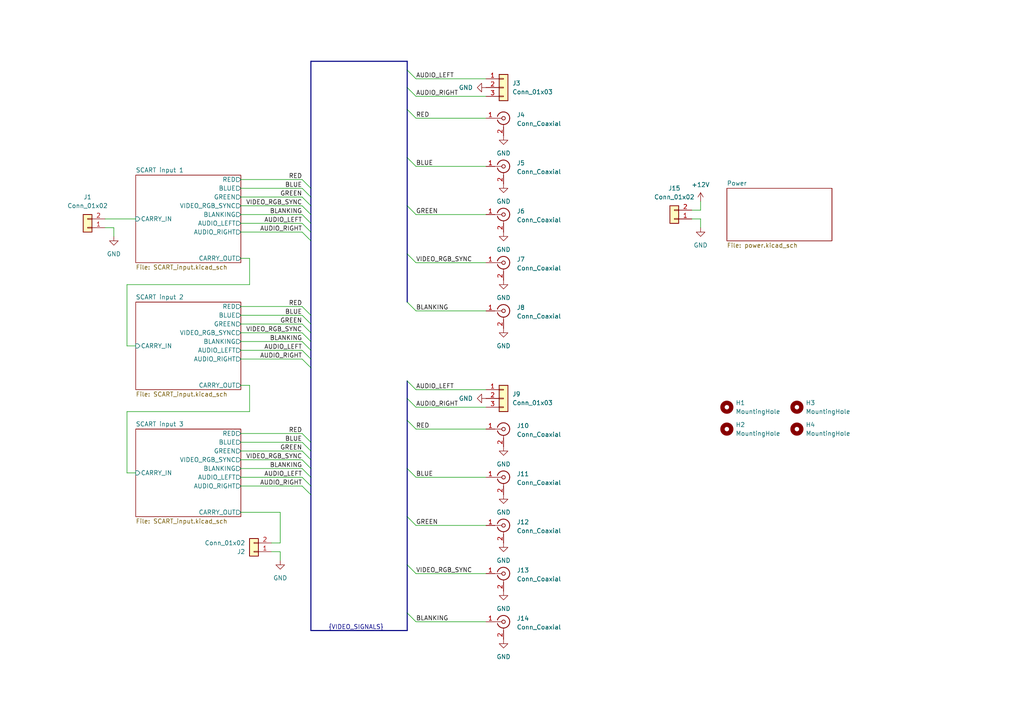
<source format=kicad_sch>
(kicad_sch (version 20230121) (generator eeschema)
  (paper "A4")
  (lib_symbols
    (symbol "Connector:Conn_Coaxial" (pin_names (offset 1.016) hide)
      (property "Reference" "J" (at 0.254 3.048 0))
      (property "Value" "Conn_Coaxial" (at 2.921 0 90))
      (symbol "Conn_Coaxial_0_1"
        (arc (start -1.778 -0.508) (mid 0.2311 -1.8066) (end 1.778 0) (stroke (width 0.254)))
        (polyline (pts (xy -2.54 0) (xy -0.508 0)))
        (polyline (pts (xy 0 -2.54) (xy 0 -1.778)))
        (circle (center 0 0) (radius 0.508) (stroke (width 0.2032)))
        (arc (start 1.778 0) (mid 0.2099 1.8101) (end -1.778 0.508) (stroke (width 0.254)))
      )
      (symbol "Conn_Coaxial_1_1"
        (pin passive line (at -5.08 0 0) (length 2.54) (name "In") (number "1"))
        (pin passive line (at 0 -5.08 90) (length 2.54) (name "Ext") (number "2"))
      )
    )
    (symbol "Connector_Generic:Conn_01x02" (pin_names (offset 1.016) hide)
      (property "Reference" "J" (at 0 2.54 0))
      (property "Value" "Conn_01x02" (at 0 -5.08 0))
      (symbol "Conn_01x02_1_1"
        (rectangle (start -1.27 -2.413) (end 0 -2.667) (stroke (width 0.1524)))
        (rectangle (start -1.27 0.127) (end 0 -0.127) (stroke (width 0.1524)))
        (rectangle (start -1.27 1.27) (end 1.27 -3.81) (stroke (width 0.254)) (fill (type background)))
        (pin passive line (at -5.08 0 0) (length 3.81) (name "Pin_1") (number "1"))
        (pin passive line (at -5.08 -2.54 0) (length 3.81) (name "Pin_2") (number "2"))
      )
    )
    (symbol "Connector_Generic:Conn_01x03" (pin_names (offset 1.016) hide)
      (property "Reference" "J" (at 0 5.08 0))
      (property "Value" "Conn_01x03" (at 0 -5.08 0))
      (symbol "Conn_01x03_1_1"
        (rectangle (start -1.27 -2.413) (end 0 -2.667) (stroke (width 0.1524)))
        (rectangle (start -1.27 0.127) (end 0 -0.127) (stroke (width 0.1524)))
        (rectangle (start -1.27 2.667) (end 0 2.413) (stroke (width 0.1524)))
        (rectangle (start -1.27 3.81) (end 1.27 -3.81) (stroke (width 0.254)) (fill (type background)))
        (pin passive line (at -5.08 2.54 0) (length 3.81) (name "Pin_1") (number "1"))
        (pin passive line (at -5.08 0 0) (length 3.81) (name "Pin_2") (number "2"))
        (pin passive line (at -5.08 -2.54 0) (length 3.81) (name "Pin_3") (number "3"))
      )
    )
    (symbol "Mechanical:MountingHole" (pin_names (offset 1.016))
      (property "Reference" "H" (at 0 5.08 0))
      (property "Value" "MountingHole" (at 0 3.175 0))
      (symbol "MountingHole_0_1"
        (circle (center 0 0) (radius 1.27) (stroke (width 1.27)))
      )
    )
    (symbol "power:+12V" (power) (pin_names (offset 0))
      (property "Value" "+12V" (at 0 3.556 0))
      (symbol "+12V_0_1"
        (polyline (pts (xy -0.762 1.27) (xy 0 2.54)))
        (polyline (pts (xy 0 0) (xy 0 2.54)))
        (polyline (pts (xy 0 2.54) (xy 0.762 1.27)))
      )
      (symbol "+12V_1_1"
        (pin power_in line (at 0 0 90) (length 0) hide (name "+12V") (number "1"))
      )
    )
    (symbol "power:GND" (power) (pin_names (offset 0))
      (property "Value" "GND" (at 0 -3.81 0))
      (symbol "GND_0_1"
        (polyline (pts (xy 0 0) (xy 0 -1.27) (xy 1.27 -1.27) (xy 0 -2.54) (xy -1.27 -1.27) (xy 0 -1.27)))
      )
      (symbol "GND_1_1"
        (pin power_in line (at 0 0 270) (length 0) hide (name "GND") (number "1"))
      )
    )
  )
  (bus_alias "VIDEO_SIGNALS" (members "RED" "BLUE" "GREEN" "VIDEO_RGB_SYNC" "BLANKING" "AUDIO_LEFT" "AUDIO_RIGHT"))
  (bus_entry (at 90.17 101.6) (size -2.54 -2.54))
  (bus_entry (at 118.11 31.75) (size 2.54 2.54))
  (bus_entry (at 90.17 93.98) (size -2.54 -2.54))
  (bus_entry (at 90.17 133.35) (size -2.54 -2.54))
  (bus_entry (at 90.17 138.43) (size -2.54 -2.54))
  (bus_entry (at 118.11 87.63) (size 2.54 2.54))
  (bus_entry (at 90.17 67.31) (size -2.54 -2.54))
  (bus_entry (at 118.11 73.66) (size 2.54 2.54))
  (bus_entry (at 90.17 69.85) (size -2.54 -2.54))
  (bus_entry (at 90.17 106.68) (size -2.54 -2.54))
  (bus_entry (at 118.11 177.8) (size 2.54 2.54))
  (bus_entry (at 90.17 99.06) (size -2.54 -2.54))
  (bus_entry (at 90.17 54.61) (size -2.54 -2.54))
  (bus_entry (at 90.17 96.52) (size -2.54 -2.54))
  (bus_entry (at 118.11 115.57) (size 2.54 2.54))
  (bus_entry (at 90.17 57.15) (size -2.54 -2.54))
  (bus_entry (at 90.17 59.69) (size -2.54 -2.54))
  (bus_entry (at 90.17 128.27) (size -2.54 -2.54))
  (bus_entry (at 118.11 20.32) (size 2.54 2.54))
  (bus_entry (at 118.11 45.72) (size 2.54 2.54))
  (bus_entry (at 90.17 62.23) (size -2.54 -2.54))
  (bus_entry (at 118.11 25.4) (size 2.54 2.54))
  (bus_entry (at 90.17 135.89) (size -2.54 -2.54))
  (bus_entry (at 118.11 149.86) (size 2.54 2.54))
  (bus_entry (at 90.17 130.81) (size -2.54 -2.54))
  (bus_entry (at 90.17 140.97) (size -2.54 -2.54))
  (bus_entry (at 118.11 163.83) (size 2.54 2.54))
  (bus_entry (at 118.11 110.49) (size 2.54 2.54))
  (bus_entry (at 118.11 121.92) (size 2.54 2.54))
  (bus_entry (at 90.17 91.44) (size -2.54 -2.54))
  (bus_entry (at 90.17 104.14) (size -2.54 -2.54))
  (bus_entry (at 90.17 64.77) (size -2.54 -2.54))
  (bus_entry (at 90.17 143.51) (size -2.54 -2.54))
  (bus_entry (at 118.11 59.69) (size 2.54 2.54))
  (bus_entry (at 118.11 135.89) (size 2.54 2.54))
  (bus (pts (xy 90.17 140.97) (xy 90.17 143.51)))
  (wire (pts (xy 69.85 128.27) (xy 87.63 128.27)))
  (bus (pts (xy 90.17 57.15) (xy 90.17 59.69)))
  (wire (pts (xy 36.83 100.33) (xy 39.37 100.33)))
  (wire (pts (xy 69.85 133.35) (xy 87.63 133.35)))
  (wire (pts (xy 81.28 148.59) (xy 81.28 157.48)))
  (wire (pts (xy 87.63 104.14) (xy 69.85 104.14)))
  (bus (pts (xy 90.17 143.51) (xy 90.17 182.88)))
  (wire (pts (xy 87.63 135.89) (xy 69.85 135.89)))
  (bus (pts (xy 118.11 17.78) (xy 118.11 20.32)))
  (wire (pts (xy 36.83 119.38) (xy 36.83 137.16)))
  (wire (pts (xy 120.65 113.03) (xy 140.97 113.03)))
  (bus (pts (xy 118.11 115.57) (xy 118.11 121.92)))
  (wire (pts (xy 87.63 67.31) (xy 69.85 67.31)))
  (bus (pts (xy 90.17 130.81) (xy 90.17 133.35)))
  (wire (pts (xy 120.65 22.86) (xy 140.97 22.86)))
  (wire (pts (xy 120.65 90.17) (xy 140.97 90.17)))
  (wire (pts (xy 120.65 180.34) (xy 140.97 180.34)))
  (wire (pts (xy 69.85 93.98) (xy 87.63 93.98)))
  (bus (pts (xy 118.11 20.32) (xy 118.11 25.4)))
  (wire (pts (xy 30.48 63.5) (xy 39.37 63.5)))
  (wire (pts (xy 120.65 124.46) (xy 140.97 124.46)))
  (bus (pts (xy 90.17 104.14) (xy 90.17 106.68)))
  (wire (pts (xy 72.39 111.76) (xy 72.39 119.38)))
  (bus (pts (xy 90.17 69.85) (xy 90.17 91.44)))
  (bus (pts (xy 90.17 135.89) (xy 90.17 138.43)))
  (wire (pts (xy 33.02 66.04) (xy 33.02 68.58)))
  (wire (pts (xy 87.63 64.77) (xy 69.85 64.77)))
  (wire (pts (xy 120.65 138.43) (xy 140.97 138.43)))
  (bus (pts (xy 118.11 31.75) (xy 118.11 45.72)))
  (wire (pts (xy 120.65 76.2) (xy 140.97 76.2)))
  (wire (pts (xy 69.85 52.07) (xy 87.63 52.07)))
  (bus (pts (xy 90.17 128.27) (xy 90.17 130.81)))
  (bus (pts (xy 118.11 73.66) (xy 118.11 87.63)))
  (bus (pts (xy 90.17 138.43) (xy 90.17 140.97)))
  (wire (pts (xy 72.39 82.55) (xy 36.83 82.55)))
  (wire (pts (xy 72.39 119.38) (xy 36.83 119.38)))
  (wire (pts (xy 69.85 91.44) (xy 87.63 91.44)))
  (bus (pts (xy 118.11 163.83) (xy 118.11 177.8)))
  (wire (pts (xy 120.65 48.26) (xy 140.97 48.26)))
  (bus (pts (xy 90.17 62.23) (xy 90.17 64.77)))
  (bus (pts (xy 90.17 59.69) (xy 90.17 62.23)))
  (bus (pts (xy 90.17 54.61) (xy 90.17 57.15)))
  (wire (pts (xy 200.66 63.5) (xy 203.2 63.5)))
  (wire (pts (xy 69.85 59.69) (xy 87.63 59.69)))
  (wire (pts (xy 81.28 162.56) (xy 81.28 160.02)))
  (bus (pts (xy 118.11 135.89) (xy 118.11 149.86)))
  (wire (pts (xy 87.63 140.97) (xy 69.85 140.97)))
  (wire (pts (xy 87.63 101.6) (xy 69.85 101.6)))
  (wire (pts (xy 87.63 138.43) (xy 69.85 138.43)))
  (wire (pts (xy 120.65 34.29) (xy 140.97 34.29)))
  (wire (pts (xy 69.85 130.81) (xy 87.63 130.81)))
  (bus (pts (xy 90.17 99.06) (xy 90.17 101.6)))
  (bus (pts (xy 90.17 91.44) (xy 90.17 93.98)))
  (bus (pts (xy 90.17 17.78) (xy 118.11 17.78)))
  (wire (pts (xy 203.2 58.42) (xy 203.2 60.96)))
  (bus (pts (xy 90.17 96.52) (xy 90.17 99.06)))
  (wire (pts (xy 69.85 54.61) (xy 87.63 54.61)))
  (bus (pts (xy 118.11 110.49) (xy 118.11 115.57)))
  (wire (pts (xy 120.65 118.11) (xy 140.97 118.11)))
  (wire (pts (xy 81.28 160.02) (xy 78.74 160.02)))
  (wire (pts (xy 36.83 82.55) (xy 36.83 100.33)))
  (bus (pts (xy 90.17 64.77) (xy 90.17 67.31)))
  (bus (pts (xy 118.11 25.4) (xy 118.11 31.75)))
  (wire (pts (xy 69.85 96.52) (xy 87.63 96.52)))
  (wire (pts (xy 36.83 137.16) (xy 39.37 137.16)))
  (bus (pts (xy 90.17 67.31) (xy 90.17 69.85)))
  (wire (pts (xy 69.85 74.93) (xy 72.39 74.93)))
  (bus (pts (xy 118.11 59.69) (xy 118.11 73.66)))
  (wire (pts (xy 87.63 99.06) (xy 69.85 99.06)))
  (wire (pts (xy 69.85 88.9) (xy 87.63 88.9)))
  (wire (pts (xy 120.65 152.4) (xy 140.97 152.4)))
  (bus (pts (xy 90.17 106.68) (xy 90.17 128.27)))
  (wire (pts (xy 120.65 27.94) (xy 140.97 27.94)))
  (wire (pts (xy 81.28 157.48) (xy 78.74 157.48)))
  (bus (pts (xy 118.11 121.92) (xy 118.11 135.89)))
  (bus (pts (xy 118.11 177.8) (xy 118.11 182.88)))
  (wire (pts (xy 72.39 74.93) (xy 72.39 82.55)))
  (bus (pts (xy 118.11 45.72) (xy 118.11 59.69)))
  (bus (pts (xy 118.11 149.86) (xy 118.11 163.83)))
  (bus (pts (xy 90.17 93.98) (xy 90.17 96.52)))
  (wire (pts (xy 69.85 111.76) (xy 72.39 111.76)))
  (wire (pts (xy 69.85 125.73) (xy 87.63 125.73)))
  (wire (pts (xy 87.63 62.23) (xy 69.85 62.23)))
  (wire (pts (xy 203.2 63.5) (xy 203.2 66.04)))
  (bus (pts (xy 90.17 54.61) (xy 90.17 17.78)))
  (wire (pts (xy 120.65 62.23) (xy 140.97 62.23)))
  (wire (pts (xy 81.28 148.59) (xy 69.85 148.59)))
  (bus (pts (xy 90.17 133.35) (xy 90.17 135.89)))
  (wire (pts (xy 203.2 60.96) (xy 200.66 60.96)))
  (wire (pts (xy 120.65 166.37) (xy 140.97 166.37)))
  (wire (pts (xy 30.48 66.04) (xy 33.02 66.04)))
  (bus (pts (xy 90.17 101.6) (xy 90.17 104.14)))
  (wire (pts (xy 69.85 57.15) (xy 87.63 57.15)))
  (bus (pts (xy 90.17 182.88) (xy 118.11 182.88)))
  (label "GREEN" (at 87.63 93.98 180))
  (label "BLANKING" (at 120.65 90.17 0))
  (label "{VIDEO_SIGNALS}" (at 95.25 182.88 0))
  (label "AUDIO_LEFT" (at 87.63 138.43 180))
  (label "BLANKING" (at 87.63 135.89 180))
  (label "AUDIO_RIGHT" (at 120.65 118.11 0))
  (label "VIDEO_RGB_SYNC" (at 120.65 166.37 0))
  (label "RED" (at 120.65 34.29 0))
  (label "BLANKING" (at 120.65 180.34 0))
  (label "GREEN" (at 120.65 152.4 0))
  (label "BLUE" (at 120.65 138.43 0))
  (label "BLUE" (at 120.65 48.26 0))
  (label "GREEN" (at 87.63 130.81 180))
  (label "AUDIO_LEFT" (at 120.65 22.86 0))
  (label "BLUE" (at 87.63 91.44 180))
  (label "BLUE" (at 87.63 128.27 180))
  (label "AUDIO_RIGHT" (at 87.63 67.31 180))
  (label "RED" (at 120.65 124.46 0))
  (label "AUDIO_RIGHT" (at 87.63 140.97 180))
  (label "RED" (at 87.63 52.07 180))
  (label "BLANKING" (at 87.63 62.23 180))
  (label "BLUE" (at 87.63 54.61 180))
  (label "AUDIO_LEFT" (at 87.63 64.77 180))
  (label "GREEN" (at 120.65 62.23 0))
  (label "VIDEO_RGB_SYNC" (at 87.63 133.35 180))
  (label "AUDIO_RIGHT" (at 120.65 27.94 0))
  (label "RED" (at 87.63 125.73 180))
  (label "VIDEO_RGB_SYNC" (at 87.63 96.52 180))
  (label "AUDIO_RIGHT" (at 87.63 104.14 180))
  (label "VIDEO_RGB_SYNC" (at 87.63 59.69 180))
  (label "GREEN" (at 87.63 57.15 180))
  (label "RED" (at 87.63 88.9 180))
  (label "VIDEO_RGB_SYNC" (at 120.65 76.2 0))
  (label "AUDIO_LEFT" (at 87.63 101.6 180))
  (label "AUDIO_LEFT" (at 120.65 113.03 0))
  (label "BLANKING" (at 87.63 99.06 180))
  (symbol (lib_id "power:GND") (at 146.05 129.54 0) (unit 1)
    (property "Reference" "#PWR010" (effects hide))
    (property "Value" "GND" (at 146.05 134.62 0))
  )
  (symbol (lib_id "Mechanical:MountingHole") (at 210.82 124.46 0) (unit 1)
    (property "Reference" "H2" (at 213.36 123.19 0) (effects (justify left)))
    (property "Value" "MountingHole" (at 213.36 125.73 0) (effects (justify left)))
    (property "Footprint" "MountingHole:MountingHole_3.2mm_M3" (effects hide))
    (property "Status" "OK" (effects hide))
    (property "MPN" "N/A" (effects hide))
  )
  (symbol (lib_id "Connector:Conn_Coaxial") (at 146.05 180.34 0) (unit 1)
    (property "Reference" "J14" (at 149.86 179.3632 0) (effects (justify left)))
    (property "Value" "Conn_Coaxial" (at 149.86 181.9032 0) (effects (justify left)))
    (property "Footprint" "Connector_Coaxial:U.FL_Hirose_U.FL-R-SMT-1_Vertical" (effects hide))
    (property "Datasheet" " ~" (effects hide))
  )
  (symbol (lib_id "Connector_Generic:Conn_01x02") (at 73.66 160.02 180) (unit 1)
    (property "Reference" "J2" (at 71.12 160.02 0) (effects (justify left)))
    (property "Value" "Conn_01x02" (at 71.12 157.48 0) (effects (justify left)))
    (property "Footprint" "Connector_JST:JST_PH_S2B-PH-K_1x02_P2.00mm_Horizontal" (effects hide))
  )
  (symbol (lib_id "power:GND") (at 146.05 67.31 0) (unit 1)
    (property "Reference" "#PWR07" (effects hide))
    (property "Value" "GND" (at 146.05 72.39 0))
  )
  (symbol (lib_id "Connector_Generic:Conn_01x02") (at 25.4 66.04 180) (unit 1)
    (property "Reference" "J1" (at 25.4 57.15 0))
    (property "Value" "Conn_01x02" (at 25.4 59.69 0))
    (property "Footprint" "Connector_JST:JST_PH_S2B-PH-K_1x02_P2.00mm_Horizontal" (effects hide))
  )
  (symbol (lib_id "Connector:Conn_Coaxial") (at 146.05 124.46 0) (unit 1)
    (property "Reference" "J10" (at 149.86 123.4832 0) (effects (justify left)))
    (property "Value" "Conn_Coaxial" (at 149.86 126.0232 0) (effects (justify left)))
    (property "Footprint" "Connector_Coaxial:U.FL_Hirose_U.FL-R-SMT-1_Vertical" (effects hide))
    (property "Datasheet" " ~" (effects hide))
  )
  (symbol (lib_id "power:GND") (at 146.05 185.42 0) (unit 1)
    (property "Reference" "#PWR014" (effects hide))
    (property "Value" "GND" (at 146.05 190.5 0))
  )
  (symbol (lib_id "Connector:Conn_Coaxial") (at 146.05 90.17 0) (unit 1)
    (property "Reference" "J8" (at 149.86 89.1932 0) (effects (justify left)))
    (property "Value" "Conn_Coaxial" (at 149.86 91.7332 0) (effects (justify left)))
    (property "Footprint" "Connector_Coaxial:U.FL_Hirose_U.FL-R-SMT-1_Vertical" (effects hide))
    (property "Datasheet" " ~" (effects hide))
  )
  (symbol (lib_id "power:GND") (at 146.05 157.48 0) (unit 1)
    (property "Reference" "#PWR012" (effects hide))
    (property "Value" "GND" (at 146.05 162.56 0))
  )
  (symbol (lib_id "power:GND") (at 146.05 53.34 0) (unit 1)
    (property "Reference" "#PWR06" (effects hide))
    (property "Value" "GND" (at 146.05 58.42 0))
  )
  (symbol (lib_id "Connector_Generic:Conn_01x03") (at 146.05 115.57 0) (unit 1)
    (property "Reference" "J9" (at 148.59 114.3 0) (effects (justify left)))
    (property "Value" "Conn_01x03" (at 148.59 116.84 0) (effects (justify left)))
    (property "Footprint" "Connector_JST:JST_PH_S3B-PH-K_1x03_P2.00mm_Horizontal" (effects hide))
  )
  (symbol (lib_id "Connector_Generic:Conn_01x02") (at 195.58 63.5 180) (unit 1)
    (property "Reference" "J15" (at 195.58 54.61 0))
    (property "Value" "Conn_01x02" (at 195.58 57.15 0))
    (property "Footprint" "Connector_JST:JST_PH_S2B-PH-K_1x02_P2.00mm_Horizontal" (effects hide))
  )
  (symbol (lib_id "Connector:Conn_Coaxial") (at 146.05 152.4 0) (unit 1)
    (property "Reference" "J12" (at 149.86 151.4232 0) (effects (justify left)))
    (property "Value" "Conn_Coaxial" (at 149.86 153.9632 0) (effects (justify left)))
    (property "Footprint" "Connector_Coaxial:U.FL_Hirose_U.FL-R-SMT-1_Vertical" (effects hide))
    (property "Datasheet" " ~" (effects hide))
  )
  (symbol (lib_id "power:GND") (at 81.28 162.56 0) (mirror y) (unit 1)
    (property "Reference" "#PWR02" (effects hide))
    (property "Value" "GND" (at 81.28 167.64 0))
  )
  (symbol (lib_id "power:GND") (at 146.05 81.28 0) (unit 1)
    (property "Reference" "#PWR08" (effects hide))
    (property "Value" "GND" (at 146.05 86.36 0))
  )
  (symbol (lib_id "Connector_Generic:Conn_01x03") (at 146.05 25.4 0) (unit 1)
    (property "Reference" "J3" (at 148.59 24.13 0) (effects (justify left)))
    (property "Value" "Conn_01x03" (at 148.59 26.67 0) (effects (justify left)))
    (property "Footprint" "Connector_JST:JST_PH_S3B-PH-K_1x03_P2.00mm_Horizontal" (effects hide))
  )
  (symbol (lib_id "Connector:Conn_Coaxial") (at 146.05 62.23 0) (unit 1)
    (property "Reference" "J6" (at 149.86 61.2532 0) (effects (justify left)))
    (property "Value" "Conn_Coaxial" (at 149.86 63.7932 0) (effects (justify left)))
    (property "Footprint" "Connector_Coaxial:U.FL_Hirose_U.FL-R-SMT-1_Vertical" (effects hide))
    (property "Datasheet" " ~" (effects hide))
  )
  (symbol (lib_id "Mechanical:MountingHole") (at 210.82 118.11 0) (unit 1)
    (property "Reference" "H1" (at 213.36 116.84 0) (effects (justify left)))
    (property "Value" "MountingHole" (at 213.36 119.38 0) (effects (justify left)))
    (property "Footprint" "MountingHole:MountingHole_3.2mm_M3" (effects hide))
    (property "Status" "OK" (effects hide))
    (property "MPN" "N/A" (effects hide))
  )
  (symbol (lib_id "power:GND") (at 140.97 115.57 270) (unit 1)
    (property "Reference" "#PWR04" (effects hide))
    (property "Value" "GND" (at 137.16 115.57 90) (effects (justify right)))
  )
  (symbol (lib_id "Connector:Conn_Coaxial") (at 146.05 138.43 0) (unit 1)
    (property "Reference" "J11" (at 149.86 137.4532 0) (effects (justify left)))
    (property "Value" "Conn_Coaxial" (at 149.86 139.9932 0) (effects (justify left)))
    (property "Footprint" "Connector_Coaxial:U.FL_Hirose_U.FL-R-SMT-1_Vertical" (effects hide))
    (property "Datasheet" " ~" (effects hide))
  )
  (symbol (lib_id "power:GND") (at 146.05 39.37 0) (unit 1)
    (property "Reference" "#PWR05" (effects hide))
    (property "Value" "GND" (at 146.05 44.45 0))
  )
  (symbol (lib_id "Connector:Conn_Coaxial") (at 146.05 76.2 0) (unit 1)
    (property "Reference" "J7" (at 149.86 75.2232 0) (effects (justify left)))
    (property "Value" "Conn_Coaxial" (at 149.86 77.7632 0) (effects (justify left)))
    (property "Footprint" "Connector_Coaxial:U.FL_Hirose_U.FL-R-SMT-1_Vertical" (effects hide))
    (property "Datasheet" " ~" (effects hide))
  )
  (symbol (lib_id "Connector:Conn_Coaxial") (at 146.05 34.29 0) (unit 1)
    (property "Reference" "J4" (at 149.86 33.3132 0) (effects (justify left)))
    (property "Value" "Conn_Coaxial" (at 149.86 35.8532 0) (effects (justify left)))
    (property "Footprint" "Connector_Coaxial:U.FL_Hirose_U.FL-R-SMT-1_Vertical" (effects hide))
    (property "Datasheet" " ~" (effects hide))
  )
  (symbol (lib_id "power:GND") (at 146.05 143.51 0) (unit 1)
    (property "Reference" "#PWR011" (effects hide))
    (property "Value" "GND" (at 146.05 148.59 0))
  )
  (symbol (lib_id "Connector:Conn_Coaxial") (at 146.05 48.26 0) (unit 1)
    (property "Reference" "J5" (at 149.86 47.2832 0) (effects (justify left)))
    (property "Value" "Conn_Coaxial" (at 149.86 49.8232 0) (effects (justify left)))
    (property "Footprint" "Connector_Coaxial:U.FL_Hirose_U.FL-R-SMT-1_Vertical" (effects hide))
    (property "Datasheet" " ~" (effects hide))
  )
  (symbol (lib_id "Mechanical:MountingHole") (at 231.14 124.46 0) (unit 1)
    (property "Reference" "H4" (at 233.68 123.19 0) (effects (justify left)))
    (property "Value" "MountingHole" (at 233.68 125.73 0) (effects (justify left)))
    (property "Footprint" "MountingHole:MountingHole_3.2mm_M3" (effects hide))
    (property "Status" "OK" (effects hide))
    (property "MPN" "N/A" (effects hide))
  )
  (symbol (lib_id "power:+12V") (at 203.2 58.42 0) (unit 1)
    (property "Reference" "#PWR015" (effects hide))
    (property "Value" "+12V" (at 203.2 53.594 0))
  )
  (symbol (lib_id "power:GND") (at 146.05 95.25 0) (unit 1)
    (property "Reference" "#PWR09" (effects hide))
    (property "Value" "GND" (at 146.05 100.33 0))
  )
  (symbol (lib_id "power:GND") (at 203.2 66.04 0) (unit 1)
    (property "Reference" "#PWR016" (effects hide))
    (property "Value" "GND" (at 203.2 71.12 0))
  )
  (symbol (lib_id "Connector:Conn_Coaxial") (at 146.05 166.37 0) (unit 1)
    (property "Reference" "J13" (at 149.86 165.3932 0) (effects (justify left)))
    (property "Value" "Conn_Coaxial" (at 149.86 167.9332 0) (effects (justify left)))
    (property "Footprint" "Connector_Coaxial:U.FL_Hirose_U.FL-R-SMT-1_Vertical" (effects hide))
    (property "Datasheet" " ~" (effects hide))
  )
  (symbol (lib_id "power:GND") (at 33.02 68.58 0) (unit 1)
    (property "Reference" "#PWR01" (effects hide))
    (property "Value" "GND" (at 33.02 73.66 0))
  )
  (symbol (lib_id "power:GND") (at 140.97 25.4 270) (unit 1)
    (property "Reference" "#PWR03" (effects hide))
    (property "Value" "GND" (at 137.16 25.4 90) (effects (justify right)))
  )
  (symbol (lib_id "Mechanical:MountingHole") (at 231.14 118.11 0) (unit 1)
    (property "Reference" "H3" (at 233.68 116.84 0) (effects (justify left)))
    (property "Value" "MountingHole" (at 233.68 119.38 0) (effects (justify left)))
    (property "Footprint" "MountingHole:MountingHole_3.2mm_M3" (effects hide))
    (property "Status" "OK" (effects hide))
    (property "MPN" "N/A" (effects hide))
  )
  (symbol (lib_id "power:GND") (at 146.05 171.45 0) (unit 1)
    (property "Reference" "#PWR013" (effects hide))
    (property "Value" "GND" (at 146.05 176.53 0))
  )
  (sheet (at 210.82 54.61) (size 30.48 15.24) (stroke (width 0.1524))
    (property "Sheetname" "Power" (at 210.82 53.8984 0) (effects (justify left bottom)))
    (property "Sheetfile" "power.kicad_sch" (at 210.82 70.4346 0) (effects (justify left top)))
  )
  (sheet (at 39.37 124.46) (size 30.48 25.4) (stroke (width 0.1524))
    (property "Sheetname" "SCART input 3" (at 39.37 123.7484 0) (effects (justify left bottom)))
    (property "Sheetfile" "SCART_input.kicad_sch" (at 39.37 150.4446 0) (effects (justify left top)))
    (pin "BLUE" output (at 69.85 128.27 0))
    (pin "BLANKING" output (at 69.85 135.89 0))
    (pin "GREEN" output (at 69.85 130.81 0))
    (pin "RED" output (at 69.85 125.73 0))
    (pin "AUDIO_LEFT" output (at 69.85 138.43 0))
    (pin "AUDIO_RIGHT" output (at 69.85 140.97 0))
    (pin "VIDEO_RGB_SYNC" output (at 69.85 133.35 0))
    (pin "CARRY_IN" input (at 39.37 137.16 180))
    (pin "CARRY_OUT" output (at 69.85 148.59 0))
  )
  (sheet (at 39.37 50.8) (size 30.48 25.4) (stroke (width 0.1524))
    (property "Sheetname" "SCART input 1" (at 39.37 50.0884 0) (effects (justify left bottom)))
    (property "Sheetfile" "SCART_input.kicad_sch" (at 39.37 76.7846 0) (effects (justify left top)))
    (pin "BLUE" output (at 69.85 54.61 0))
    (pin "GREEN" output (at 69.85 57.15 0))
    (pin "RED" output (at 69.85 52.07 0))
    (pin "AUDIO_LEFT" output (at 69.85 64.77 0))
    (pin "AUDIO_RIGHT" output (at 69.85 67.31 0))
    (pin "BLANKING" output (at 69.85 62.23 0))
    (pin "VIDEO_RGB_SYNC" output (at 69.85 59.69 0))
    (pin "CARRY_IN" input (at 39.37 63.5 180))
    (pin "CARRY_OUT" output (at 69.85 74.93 0))
  )
  (sheet (at 39.37 87.63) (size 30.48 25.4) (stroke (width 0.1524))
    (property "Sheetname" "SCART input 2" (at 39.37 86.9184 0) (effects (justify left bottom)))
    (property "Sheetfile" "SCART_input.kicad_sch" (at 39.37 113.6146 0) (effects (justify left top)))
    (pin "BLUE" output (at 69.85 91.44 0))
    (pin "BLANKING" output (at 69.85 99.06 0))
    (pin "GREEN" output (at 69.85 93.98 0))
    (pin "RED" output (at 69.85 88.9 0))
    (pin "AUDIO_LEFT" output (at 69.85 101.6 0))
    (pin "AUDIO_RIGHT" output (at 69.85 104.14 0))
    (pin "VIDEO_RGB_SYNC" output (at 69.85 96.52 0))
    (pin "CARRY_IN" input (at 39.37 100.33 180))
    (pin "CARRY_OUT" output (at 69.85 111.76 0))
  )
)
</source>
